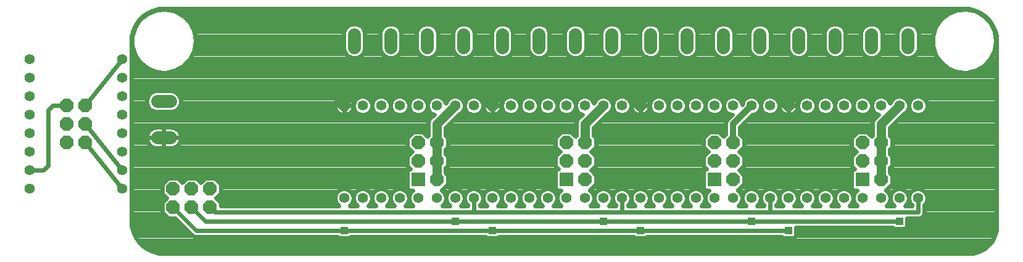
<source format=gbl>
G75*
%MOIN*%
%OFA0B0*%
%FSLAX25Y25*%
%IPPOS*%
%LPD*%
%AMOC8*
5,1,8,0,0,1.08239X$1,22.5*
%
%ADD10C,0.05543*%
%ADD11R,0.07400X0.07400*%
%ADD12OC8,0.07400*%
%ADD13C,0.07050*%
%ADD14C,0.06600*%
%ADD15C,0.02400*%
%ADD16OC8,0.03569*%
%ADD17C,0.03200*%
%ADD18C,0.05000*%
%ADD19R,0.03962X0.03962*%
D10*
X0007200Y0037407D03*
X0007200Y0047407D03*
X0007200Y0057407D03*
X0007200Y0067407D03*
X0007200Y0077407D03*
X0007200Y0087407D03*
X0007200Y0097407D03*
X0007200Y0107407D03*
X0057200Y0107407D03*
X0057200Y0097407D03*
X0057200Y0087407D03*
X0057200Y0077407D03*
X0057200Y0067407D03*
X0057200Y0057407D03*
X0057200Y0047407D03*
X0057200Y0037407D03*
X0177200Y0032407D03*
X0187200Y0032407D03*
X0197200Y0032407D03*
X0207200Y0032407D03*
X0217200Y0032407D03*
X0227200Y0032407D03*
X0237200Y0032407D03*
X0247200Y0032407D03*
X0257200Y0032407D03*
X0267200Y0032407D03*
X0277200Y0032407D03*
X0287200Y0032407D03*
X0297200Y0032407D03*
X0307200Y0032407D03*
X0317200Y0032407D03*
X0327200Y0032407D03*
X0337200Y0032407D03*
X0347200Y0032407D03*
X0357200Y0032407D03*
X0367200Y0032407D03*
X0377200Y0032407D03*
X0387200Y0032407D03*
X0397200Y0032407D03*
X0407200Y0032407D03*
X0417200Y0032407D03*
X0427200Y0032407D03*
X0437200Y0032407D03*
X0447200Y0032407D03*
X0457200Y0032407D03*
X0467200Y0032407D03*
X0477200Y0032407D03*
X0487200Y0032407D03*
X0487200Y0082407D03*
X0477200Y0082407D03*
X0467200Y0082407D03*
X0457200Y0082407D03*
X0447200Y0082407D03*
X0437200Y0082407D03*
X0427200Y0082407D03*
X0417200Y0082407D03*
X0407200Y0082407D03*
X0397200Y0082407D03*
X0387200Y0082407D03*
X0377200Y0082407D03*
X0367200Y0082407D03*
X0357200Y0082407D03*
X0347200Y0082407D03*
X0337200Y0082407D03*
X0327200Y0082407D03*
X0317200Y0082407D03*
X0307200Y0082407D03*
X0297200Y0082407D03*
X0287200Y0082407D03*
X0277200Y0082407D03*
X0267200Y0082407D03*
X0257200Y0082407D03*
X0247200Y0082407D03*
X0237200Y0082407D03*
X0227200Y0082407D03*
X0217200Y0082407D03*
X0207200Y0082407D03*
X0197200Y0082407D03*
X0187200Y0082407D03*
X0177200Y0082407D03*
D11*
X0217200Y0042407D03*
X0297200Y0042407D03*
X0377200Y0042407D03*
X0457200Y0042407D03*
D12*
X0467200Y0042407D03*
X0467200Y0052407D03*
X0457200Y0052407D03*
X0457200Y0062407D03*
X0467200Y0062407D03*
X0387200Y0062407D03*
X0377200Y0062407D03*
X0377200Y0052407D03*
X0387200Y0052407D03*
X0387200Y0042407D03*
X0307200Y0042407D03*
X0307200Y0052407D03*
X0297200Y0052407D03*
X0297200Y0062407D03*
X0307200Y0062407D03*
X0227200Y0062407D03*
X0217200Y0062407D03*
X0217200Y0052407D03*
X0227200Y0052407D03*
X0227200Y0042407D03*
X0104700Y0037407D03*
X0094700Y0037407D03*
X0084700Y0037407D03*
X0084700Y0027407D03*
X0094700Y0027407D03*
X0104700Y0027407D03*
X0037200Y0062407D03*
X0027200Y0062407D03*
X0027200Y0072407D03*
X0037200Y0072407D03*
X0037200Y0082407D03*
X0027200Y0082407D03*
D13*
X0076175Y0084749D02*
X0083225Y0084749D01*
X0083225Y0065064D02*
X0076175Y0065064D01*
X0182672Y0113882D02*
X0182672Y0120932D01*
X0202357Y0120932D02*
X0202357Y0113882D01*
X0222043Y0113882D02*
X0222043Y0120932D01*
X0241728Y0120932D02*
X0241728Y0113882D01*
X0262672Y0113882D02*
X0262672Y0120932D01*
X0282357Y0120932D02*
X0282357Y0113882D01*
X0302043Y0113882D02*
X0302043Y0120932D01*
X0321728Y0120932D02*
X0321728Y0113882D01*
X0342672Y0113882D02*
X0342672Y0120932D01*
X0362357Y0120932D02*
X0362357Y0113882D01*
X0382043Y0113882D02*
X0382043Y0120932D01*
X0401728Y0120932D02*
X0401728Y0113882D01*
X0422672Y0113882D02*
X0422672Y0120932D01*
X0442357Y0120932D02*
X0442357Y0113882D01*
X0462043Y0113882D02*
X0462043Y0120932D01*
X0481728Y0120932D02*
X0481728Y0113882D01*
D14*
X0417200Y0092407D02*
X0417200Y0082407D01*
X0417200Y0092407D02*
X0337200Y0092407D01*
X0337200Y0082407D01*
X0337200Y0092407D02*
X0257200Y0092407D01*
X0257200Y0082407D01*
X0257200Y0092407D02*
X0177200Y0092407D01*
X0177200Y0082407D01*
D15*
X0062796Y0015378D02*
X0063532Y0013210D01*
X0064545Y0011157D01*
X0065816Y0009254D01*
X0067326Y0007533D01*
X0069047Y0006023D01*
X0070950Y0004751D01*
X0073003Y0003739D01*
X0075171Y0003003D01*
X0077416Y0002557D01*
X0079700Y0002407D01*
X0514700Y0002407D01*
X0079700Y0002407D01*
X0070869Y0004805D02*
X0522833Y0004805D01*
X0522810Y0004788D02*
X0520931Y0003762D01*
X0518926Y0003015D01*
X0516835Y0002560D01*
X0514700Y0002407D01*
X0522810Y0004788D02*
X0524523Y0006071D01*
X0526036Y0007584D01*
X0527319Y0009297D01*
X0528344Y0011176D01*
X0529092Y0013181D01*
X0529547Y0015272D01*
X0529700Y0017407D01*
X0529700Y0117407D01*
X0529550Y0119691D01*
X0529104Y0121936D01*
X0528368Y0124104D01*
X0527355Y0126157D01*
X0526084Y0128060D01*
X0524574Y0129781D01*
X0522853Y0131291D01*
X0520950Y0132562D01*
X0518897Y0133575D01*
X0516729Y0134311D01*
X0514484Y0134757D01*
X0512200Y0134907D01*
X0079700Y0134907D01*
X0077416Y0134757D01*
X0075171Y0134311D01*
X0073003Y0133575D01*
X0070950Y0132562D01*
X0069047Y0131291D01*
X0067326Y0129781D01*
X0065816Y0128060D01*
X0064545Y0126157D01*
X0063532Y0124104D01*
X0062796Y0121936D01*
X0062350Y0119691D01*
X0062200Y0117407D01*
X0062200Y0019907D01*
X0062350Y0017623D01*
X0062796Y0015378D01*
X0063128Y0014399D02*
X0092899Y0014399D01*
X0095274Y0012025D02*
X0096524Y0011507D01*
X0173527Y0011507D01*
X0174308Y0010726D01*
X0180092Y0010726D01*
X0180873Y0011507D01*
X0253527Y0011507D01*
X0254308Y0010726D01*
X0260092Y0010726D01*
X0260873Y0011507D01*
X0333527Y0011507D01*
X0334308Y0010726D01*
X0340092Y0010726D01*
X0340873Y0011507D01*
X0413527Y0011507D01*
X0414308Y0010726D01*
X0420092Y0010726D01*
X0421381Y0012015D01*
X0421381Y0016507D01*
X0473527Y0016507D01*
X0474308Y0015726D01*
X0480092Y0015726D01*
X0481381Y0017015D01*
X0481381Y0021507D01*
X0487876Y0021507D01*
X0489126Y0022025D01*
X0490082Y0022981D01*
X0490600Y0024231D01*
X0490600Y0028776D01*
X0491415Y0029591D01*
X0492172Y0031418D01*
X0492172Y0033396D01*
X0491415Y0035223D01*
X0490016Y0036622D01*
X0488189Y0037379D01*
X0486211Y0037379D01*
X0484384Y0036622D01*
X0482985Y0035223D01*
X0482228Y0033396D01*
X0482228Y0031418D01*
X0482985Y0029591D01*
X0483800Y0028776D01*
X0483800Y0028307D01*
X0480131Y0028307D01*
X0481415Y0029591D01*
X0482172Y0031418D01*
X0482172Y0033396D01*
X0481415Y0035223D01*
X0480016Y0036622D01*
X0478189Y0037379D01*
X0476211Y0037379D01*
X0474384Y0036622D01*
X0472985Y0035223D01*
X0472228Y0033396D01*
X0472228Y0031418D01*
X0472985Y0029591D01*
X0474269Y0028307D01*
X0470131Y0028307D01*
X0471415Y0029591D01*
X0472172Y0031418D01*
X0472172Y0033396D01*
X0471415Y0035223D01*
X0470016Y0036622D01*
X0469834Y0036697D01*
X0473100Y0039963D01*
X0473100Y0044851D01*
X0471900Y0046051D01*
X0471900Y0048763D01*
X0473100Y0049963D01*
X0473100Y0054851D01*
X0471900Y0056051D01*
X0471900Y0058763D01*
X0473100Y0059963D01*
X0473100Y0064851D01*
X0471900Y0066051D01*
X0471900Y0070460D01*
X0479360Y0077920D01*
X0480016Y0078192D01*
X0481415Y0079591D01*
X0482172Y0081418D01*
X0482172Y0083396D01*
X0481415Y0085223D01*
X0480016Y0086622D01*
X0478189Y0087379D01*
X0476211Y0087379D01*
X0474384Y0086622D01*
X0472985Y0085223D01*
X0472714Y0084567D01*
X0471987Y0083841D01*
X0471415Y0085223D01*
X0470016Y0086622D01*
X0468189Y0087379D01*
X0466211Y0087379D01*
X0464384Y0086622D01*
X0462985Y0085223D01*
X0462228Y0083396D01*
X0462228Y0081418D01*
X0462985Y0079591D01*
X0464384Y0078192D01*
X0465766Y0077620D01*
X0463216Y0075069D01*
X0462500Y0073342D01*
X0462500Y0066051D01*
X0462200Y0065751D01*
X0459644Y0068307D01*
X0454756Y0068307D01*
X0451300Y0064851D01*
X0451300Y0059963D01*
X0453856Y0057407D01*
X0451300Y0054851D01*
X0451300Y0049963D01*
X0452956Y0048307D01*
X0452589Y0048307D01*
X0451300Y0047018D01*
X0451300Y0037796D01*
X0452589Y0036507D01*
X0454269Y0036507D01*
X0452985Y0035223D01*
X0452228Y0033396D01*
X0452228Y0031418D01*
X0452985Y0029591D01*
X0454269Y0028307D01*
X0450131Y0028307D01*
X0451415Y0029591D01*
X0452172Y0031418D01*
X0452172Y0033396D01*
X0451415Y0035223D01*
X0450016Y0036622D01*
X0448189Y0037379D01*
X0446211Y0037379D01*
X0444384Y0036622D01*
X0442985Y0035223D01*
X0442228Y0033396D01*
X0442228Y0031418D01*
X0442985Y0029591D01*
X0444269Y0028307D01*
X0440131Y0028307D01*
X0441415Y0029591D01*
X0442172Y0031418D01*
X0442172Y0033396D01*
X0441415Y0035223D01*
X0440016Y0036622D01*
X0438189Y0037379D01*
X0436211Y0037379D01*
X0434384Y0036622D01*
X0432985Y0035223D01*
X0432228Y0033396D01*
X0432228Y0031418D01*
X0432985Y0029591D01*
X0434269Y0028307D01*
X0430131Y0028307D01*
X0431415Y0029591D01*
X0432172Y0031418D01*
X0432172Y0033396D01*
X0431415Y0035223D01*
X0430016Y0036622D01*
X0428189Y0037379D01*
X0426211Y0037379D01*
X0424384Y0036622D01*
X0422985Y0035223D01*
X0422228Y0033396D01*
X0422228Y0031418D01*
X0422985Y0029591D01*
X0424269Y0028307D01*
X0420131Y0028307D01*
X0421415Y0029591D01*
X0422172Y0031418D01*
X0422172Y0033396D01*
X0421415Y0035223D01*
X0420016Y0036622D01*
X0418189Y0037379D01*
X0416211Y0037379D01*
X0414384Y0036622D01*
X0412985Y0035223D01*
X0412228Y0033396D01*
X0412228Y0031418D01*
X0412985Y0029591D01*
X0414269Y0028307D01*
X0410600Y0028307D01*
X0410600Y0028776D01*
X0411415Y0029591D01*
X0412172Y0031418D01*
X0412172Y0033396D01*
X0411415Y0035223D01*
X0410016Y0036622D01*
X0408189Y0037379D01*
X0406211Y0037379D01*
X0404384Y0036622D01*
X0402985Y0035223D01*
X0402228Y0033396D01*
X0402228Y0031418D01*
X0402985Y0029591D01*
X0403800Y0028776D01*
X0403800Y0028307D01*
X0400131Y0028307D01*
X0401415Y0029591D01*
X0402172Y0031418D01*
X0402172Y0033396D01*
X0401415Y0035223D01*
X0400016Y0036622D01*
X0398189Y0037379D01*
X0396211Y0037379D01*
X0394384Y0036622D01*
X0392985Y0035223D01*
X0392228Y0033396D01*
X0392228Y0031418D01*
X0392985Y0029591D01*
X0394269Y0028307D01*
X0390131Y0028307D01*
X0391415Y0029591D01*
X0392172Y0031418D01*
X0392172Y0033396D01*
X0391415Y0035223D01*
X0390016Y0036622D01*
X0389834Y0036697D01*
X0393100Y0039963D01*
X0393100Y0044851D01*
X0390544Y0047407D01*
X0393100Y0049963D01*
X0393100Y0054851D01*
X0390544Y0057407D01*
X0393100Y0059963D01*
X0393100Y0064851D01*
X0391000Y0066951D01*
X0391000Y0070833D01*
X0397602Y0077435D01*
X0398189Y0077435D01*
X0400016Y0078192D01*
X0401415Y0079591D01*
X0402172Y0081418D01*
X0402172Y0083396D01*
X0401415Y0085223D01*
X0400016Y0086622D01*
X0398189Y0087379D01*
X0396211Y0087379D01*
X0394384Y0086622D01*
X0392985Y0085223D01*
X0392228Y0083396D01*
X0392228Y0082809D01*
X0392172Y0082753D01*
X0392172Y0083396D01*
X0391415Y0085223D01*
X0390016Y0086622D01*
X0388189Y0087379D01*
X0386211Y0087379D01*
X0384384Y0086622D01*
X0382985Y0085223D01*
X0382228Y0083396D01*
X0382228Y0081418D01*
X0382985Y0079591D01*
X0384384Y0078192D01*
X0386211Y0077435D01*
X0386854Y0077435D01*
X0383979Y0074559D01*
X0383400Y0073163D01*
X0383400Y0066951D01*
X0382200Y0065751D01*
X0379644Y0068307D01*
X0374756Y0068307D01*
X0371300Y0064851D01*
X0371300Y0059963D01*
X0373856Y0057407D01*
X0371300Y0054851D01*
X0371300Y0049963D01*
X0372956Y0048307D01*
X0372589Y0048307D01*
X0371300Y0047018D01*
X0371300Y0037796D01*
X0372589Y0036507D01*
X0374269Y0036507D01*
X0372985Y0035223D01*
X0372228Y0033396D01*
X0372228Y0031418D01*
X0372985Y0029591D01*
X0374269Y0028307D01*
X0370131Y0028307D01*
X0371415Y0029591D01*
X0372172Y0031418D01*
X0372172Y0033396D01*
X0371415Y0035223D01*
X0370016Y0036622D01*
X0368189Y0037379D01*
X0366211Y0037379D01*
X0364384Y0036622D01*
X0362985Y0035223D01*
X0362228Y0033396D01*
X0362228Y0031418D01*
X0362985Y0029591D01*
X0364269Y0028307D01*
X0360131Y0028307D01*
X0361415Y0029591D01*
X0362172Y0031418D01*
X0362172Y0033396D01*
X0361415Y0035223D01*
X0360016Y0036622D01*
X0358189Y0037379D01*
X0356211Y0037379D01*
X0354384Y0036622D01*
X0352985Y0035223D01*
X0352228Y0033396D01*
X0352228Y0031418D01*
X0352985Y0029591D01*
X0354269Y0028307D01*
X0350131Y0028307D01*
X0351415Y0029591D01*
X0352172Y0031418D01*
X0352172Y0033396D01*
X0351415Y0035223D01*
X0350016Y0036622D01*
X0348189Y0037379D01*
X0346211Y0037379D01*
X0344384Y0036622D01*
X0342985Y0035223D01*
X0342228Y0033396D01*
X0342228Y0031418D01*
X0342985Y0029591D01*
X0344269Y0028307D01*
X0340131Y0028307D01*
X0341415Y0029591D01*
X0342172Y0031418D01*
X0342172Y0033396D01*
X0341415Y0035223D01*
X0340016Y0036622D01*
X0338189Y0037379D01*
X0336211Y0037379D01*
X0334384Y0036622D01*
X0332985Y0035223D01*
X0332228Y0033396D01*
X0332228Y0031418D01*
X0332985Y0029591D01*
X0334269Y0028307D01*
X0330600Y0028307D01*
X0330600Y0028776D01*
X0331415Y0029591D01*
X0332172Y0031418D01*
X0332172Y0033396D01*
X0331415Y0035223D01*
X0330016Y0036622D01*
X0328189Y0037379D01*
X0326211Y0037379D01*
X0324384Y0036622D01*
X0322985Y0035223D01*
X0322228Y0033396D01*
X0322228Y0031418D01*
X0322985Y0029591D01*
X0323800Y0028776D01*
X0323800Y0028307D01*
X0320131Y0028307D01*
X0321415Y0029591D01*
X0322172Y0031418D01*
X0322172Y0033396D01*
X0321415Y0035223D01*
X0320016Y0036622D01*
X0318189Y0037379D01*
X0316211Y0037379D01*
X0314384Y0036622D01*
X0312985Y0035223D01*
X0312228Y0033396D01*
X0312228Y0031418D01*
X0312985Y0029591D01*
X0314269Y0028307D01*
X0310131Y0028307D01*
X0311415Y0029591D01*
X0312172Y0031418D01*
X0312172Y0033396D01*
X0311415Y0035223D01*
X0310016Y0036622D01*
X0309834Y0036697D01*
X0313100Y0039963D01*
X0313100Y0044851D01*
X0310544Y0047407D01*
X0313100Y0049963D01*
X0313100Y0054851D01*
X0310544Y0057407D01*
X0313100Y0059963D01*
X0313100Y0064851D01*
X0311900Y0066051D01*
X0311900Y0070460D01*
X0319360Y0077920D01*
X0320016Y0078192D01*
X0321415Y0079591D01*
X0322172Y0081418D01*
X0322172Y0083396D01*
X0321415Y0085223D01*
X0320016Y0086622D01*
X0318189Y0087379D01*
X0316211Y0087379D01*
X0314384Y0086622D01*
X0312985Y0085223D01*
X0312714Y0084567D01*
X0311987Y0083841D01*
X0311415Y0085223D01*
X0310016Y0086622D01*
X0308189Y0087379D01*
X0306211Y0087379D01*
X0304384Y0086622D01*
X0302985Y0085223D01*
X0302228Y0083396D01*
X0302228Y0081418D01*
X0302985Y0079591D01*
X0304384Y0078192D01*
X0305766Y0077620D01*
X0304538Y0076391D01*
X0303216Y0075069D01*
X0302500Y0073342D01*
X0302500Y0066051D01*
X0302200Y0065751D01*
X0299644Y0068307D01*
X0294756Y0068307D01*
X0291300Y0064851D01*
X0291300Y0059963D01*
X0293856Y0057407D01*
X0291300Y0054851D01*
X0291300Y0049963D01*
X0292956Y0048307D01*
X0292589Y0048307D01*
X0291300Y0047018D01*
X0291300Y0037796D01*
X0292589Y0036507D01*
X0294269Y0036507D01*
X0292985Y0035223D01*
X0292228Y0033396D01*
X0292228Y0031418D01*
X0292985Y0029591D01*
X0294269Y0028307D01*
X0290131Y0028307D01*
X0291415Y0029591D01*
X0292172Y0031418D01*
X0292172Y0033396D01*
X0291415Y0035223D01*
X0290016Y0036622D01*
X0288189Y0037379D01*
X0286211Y0037379D01*
X0284384Y0036622D01*
X0282985Y0035223D01*
X0282228Y0033396D01*
X0282228Y0031418D01*
X0282985Y0029591D01*
X0284269Y0028307D01*
X0280131Y0028307D01*
X0281415Y0029591D01*
X0282172Y0031418D01*
X0282172Y0033396D01*
X0281415Y0035223D01*
X0280016Y0036622D01*
X0278189Y0037379D01*
X0276211Y0037379D01*
X0274384Y0036622D01*
X0272985Y0035223D01*
X0272228Y0033396D01*
X0272228Y0031418D01*
X0272985Y0029591D01*
X0274269Y0028307D01*
X0270131Y0028307D01*
X0271415Y0029591D01*
X0272172Y0031418D01*
X0272172Y0033396D01*
X0271415Y0035223D01*
X0270016Y0036622D01*
X0268189Y0037379D01*
X0266211Y0037379D01*
X0264384Y0036622D01*
X0262985Y0035223D01*
X0262228Y0033396D01*
X0262228Y0031418D01*
X0262985Y0029591D01*
X0264269Y0028307D01*
X0260131Y0028307D01*
X0261415Y0029591D01*
X0262172Y0031418D01*
X0262172Y0033396D01*
X0261415Y0035223D01*
X0260016Y0036622D01*
X0258189Y0037379D01*
X0256211Y0037379D01*
X0254384Y0036622D01*
X0252985Y0035223D01*
X0252228Y0033396D01*
X0252228Y0031418D01*
X0252985Y0029591D01*
X0254269Y0028307D01*
X0250600Y0028307D01*
X0250600Y0028776D01*
X0251415Y0029591D01*
X0252172Y0031418D01*
X0252172Y0033396D01*
X0251415Y0035223D01*
X0250016Y0036622D01*
X0248189Y0037379D01*
X0246211Y0037379D01*
X0244384Y0036622D01*
X0242985Y0035223D01*
X0242228Y0033396D01*
X0242228Y0031418D01*
X0242985Y0029591D01*
X0243800Y0028776D01*
X0243800Y0028307D01*
X0240131Y0028307D01*
X0241415Y0029591D01*
X0242172Y0031418D01*
X0242172Y0033396D01*
X0241415Y0035223D01*
X0240016Y0036622D01*
X0238189Y0037379D01*
X0236211Y0037379D01*
X0234384Y0036622D01*
X0232985Y0035223D01*
X0232228Y0033396D01*
X0232228Y0031418D01*
X0232985Y0029591D01*
X0234269Y0028307D01*
X0230131Y0028307D01*
X0231415Y0029591D01*
X0232172Y0031418D01*
X0232172Y0033396D01*
X0231415Y0035223D01*
X0230016Y0036622D01*
X0229834Y0036697D01*
X0233100Y0039963D01*
X0233100Y0044851D01*
X0231900Y0046051D01*
X0231900Y0048763D01*
X0233100Y0049963D01*
X0233100Y0054851D01*
X0231900Y0056051D01*
X0231900Y0058763D01*
X0233100Y0059963D01*
X0233100Y0064851D01*
X0231900Y0066051D01*
X0231900Y0070460D01*
X0239360Y0077920D01*
X0240016Y0078192D01*
X0241415Y0079591D01*
X0242172Y0081418D01*
X0242172Y0083396D01*
X0241415Y0085223D01*
X0240016Y0086622D01*
X0238189Y0087379D01*
X0236211Y0087379D01*
X0234384Y0086622D01*
X0232985Y0085223D01*
X0232714Y0084567D01*
X0231987Y0083841D01*
X0231415Y0085223D01*
X0230016Y0086622D01*
X0228189Y0087379D01*
X0226211Y0087379D01*
X0224384Y0086622D01*
X0222985Y0085223D01*
X0222228Y0083396D01*
X0222228Y0081418D01*
X0222985Y0079591D01*
X0224384Y0078192D01*
X0225766Y0077620D01*
X0224538Y0076391D01*
X0223216Y0075069D01*
X0222500Y0073342D01*
X0222500Y0066051D01*
X0222200Y0065751D01*
X0219644Y0068307D01*
X0214756Y0068307D01*
X0211300Y0064851D01*
X0211300Y0059963D01*
X0213856Y0057407D01*
X0211300Y0054851D01*
X0211300Y0049963D01*
X0212956Y0048307D01*
X0212589Y0048307D01*
X0211300Y0047018D01*
X0211300Y0037796D01*
X0212589Y0036507D01*
X0214269Y0036507D01*
X0212985Y0035223D01*
X0212228Y0033396D01*
X0212228Y0031418D01*
X0212985Y0029591D01*
X0214269Y0028307D01*
X0210131Y0028307D01*
X0211415Y0029591D01*
X0212172Y0031418D01*
X0212172Y0033396D01*
X0211415Y0035223D01*
X0210016Y0036622D01*
X0208189Y0037379D01*
X0206211Y0037379D01*
X0204384Y0036622D01*
X0202985Y0035223D01*
X0202228Y0033396D01*
X0202228Y0031418D01*
X0202985Y0029591D01*
X0204269Y0028307D01*
X0200131Y0028307D01*
X0201415Y0029591D01*
X0202172Y0031418D01*
X0202172Y0033396D01*
X0201415Y0035223D01*
X0200016Y0036622D01*
X0198189Y0037379D01*
X0196211Y0037379D01*
X0194384Y0036622D01*
X0192985Y0035223D01*
X0192228Y0033396D01*
X0192228Y0031418D01*
X0192985Y0029591D01*
X0194269Y0028307D01*
X0190131Y0028307D01*
X0191415Y0029591D01*
X0192172Y0031418D01*
X0192172Y0033396D01*
X0191415Y0035223D01*
X0190016Y0036622D01*
X0188189Y0037379D01*
X0186211Y0037379D01*
X0184384Y0036622D01*
X0182985Y0035223D01*
X0182228Y0033396D01*
X0182228Y0031418D01*
X0182985Y0029591D01*
X0184269Y0028307D01*
X0180131Y0028307D01*
X0181415Y0029591D01*
X0182172Y0031418D01*
X0182172Y0033396D01*
X0181415Y0035223D01*
X0180016Y0036622D01*
X0178189Y0037379D01*
X0176211Y0037379D01*
X0174384Y0036622D01*
X0172985Y0035223D01*
X0172228Y0033396D01*
X0172228Y0031418D01*
X0172985Y0029591D01*
X0174269Y0028307D01*
X0110600Y0028307D01*
X0110600Y0029851D01*
X0108044Y0032407D01*
X0110600Y0034963D01*
X0110600Y0039851D01*
X0107144Y0043307D01*
X0102256Y0043307D01*
X0099700Y0040751D01*
X0097144Y0043307D01*
X0092256Y0043307D01*
X0089700Y0040751D01*
X0087144Y0043307D01*
X0082256Y0043307D01*
X0078800Y0039851D01*
X0078800Y0034963D01*
X0081356Y0032407D01*
X0078800Y0029851D01*
X0078800Y0024963D01*
X0082256Y0021507D01*
X0085792Y0021507D01*
X0095274Y0012025D01*
X0095331Y0012001D02*
X0064128Y0012001D01*
X0065583Y0009602D02*
X0527485Y0009602D01*
X0528652Y0012001D02*
X0421368Y0012001D01*
X0421381Y0014399D02*
X0529357Y0014399D01*
X0529656Y0016798D02*
X0481165Y0016798D01*
X0481381Y0019196D02*
X0529700Y0019196D01*
X0529700Y0021595D02*
X0488089Y0021595D01*
X0490502Y0023994D02*
X0529700Y0023994D01*
X0529700Y0026392D02*
X0490600Y0026392D01*
X0490615Y0028791D02*
X0529700Y0028791D01*
X0529700Y0031189D02*
X0492077Y0031189D01*
X0487200Y0032407D02*
X0487200Y0024907D01*
X0407200Y0024907D01*
X0407200Y0032407D01*
X0412077Y0031189D02*
X0412323Y0031189D01*
X0412308Y0033588D02*
X0412092Y0033588D01*
X0410652Y0035986D02*
X0413748Y0035986D01*
X0420652Y0035986D02*
X0423748Y0035986D01*
X0422308Y0033588D02*
X0422092Y0033588D01*
X0430652Y0035986D02*
X0433748Y0035986D01*
X0432308Y0033588D02*
X0432092Y0033588D01*
X0440652Y0035986D02*
X0443748Y0035986D01*
X0442308Y0033588D02*
X0442092Y0033588D01*
X0450652Y0035986D02*
X0453748Y0035986D01*
X0452308Y0033588D02*
X0452092Y0033588D01*
X0452077Y0031189D02*
X0452323Y0031189D01*
X0453785Y0028791D02*
X0450615Y0028791D01*
X0443785Y0028791D02*
X0440615Y0028791D01*
X0433785Y0028791D02*
X0430615Y0028791D01*
X0423785Y0028791D02*
X0420615Y0028791D01*
X0422077Y0031189D02*
X0422323Y0031189D01*
X0413785Y0028791D02*
X0410615Y0028791D01*
X0407200Y0024907D02*
X0327200Y0024907D01*
X0327200Y0032407D01*
X0332077Y0031189D02*
X0332323Y0031189D01*
X0332308Y0033588D02*
X0332092Y0033588D01*
X0330652Y0035986D02*
X0333748Y0035986D01*
X0340652Y0035986D02*
X0343748Y0035986D01*
X0342308Y0033588D02*
X0342092Y0033588D01*
X0350652Y0035986D02*
X0353748Y0035986D01*
X0352308Y0033588D02*
X0352092Y0033588D01*
X0360652Y0035986D02*
X0363748Y0035986D01*
X0362308Y0033588D02*
X0362092Y0033588D01*
X0370652Y0035986D02*
X0373748Y0035986D01*
X0372308Y0033588D02*
X0372092Y0033588D01*
X0372077Y0031189D02*
X0372323Y0031189D01*
X0362323Y0031189D02*
X0362077Y0031189D01*
X0360615Y0028791D02*
X0363785Y0028791D01*
X0370615Y0028791D02*
X0373785Y0028791D01*
X0390615Y0028791D02*
X0393785Y0028791D01*
X0400615Y0028791D02*
X0403785Y0028791D01*
X0402323Y0031189D02*
X0402077Y0031189D01*
X0402092Y0033588D02*
X0402308Y0033588D01*
X0403748Y0035986D02*
X0400652Y0035986D01*
X0393748Y0035986D02*
X0390652Y0035986D01*
X0392092Y0033588D02*
X0392308Y0033588D01*
X0392323Y0031189D02*
X0392077Y0031189D01*
X0391522Y0038385D02*
X0451300Y0038385D01*
X0451300Y0040783D02*
X0393100Y0040783D01*
X0393100Y0043182D02*
X0451300Y0043182D01*
X0451300Y0045580D02*
X0392371Y0045580D01*
X0391116Y0047979D02*
X0452260Y0047979D01*
X0451300Y0050377D02*
X0393100Y0050377D01*
X0393100Y0052776D02*
X0451300Y0052776D01*
X0451623Y0055174D02*
X0392777Y0055174D01*
X0390710Y0057573D02*
X0453690Y0057573D01*
X0451300Y0059971D02*
X0393100Y0059971D01*
X0393100Y0062370D02*
X0451300Y0062370D01*
X0451300Y0064768D02*
X0393100Y0064768D01*
X0391000Y0067167D02*
X0453616Y0067167D01*
X0460784Y0067167D02*
X0462500Y0067167D01*
X0462500Y0069565D02*
X0391000Y0069565D01*
X0392131Y0071964D02*
X0462500Y0071964D01*
X0462923Y0074362D02*
X0394529Y0074362D01*
X0396928Y0076761D02*
X0464907Y0076761D01*
X0463417Y0079159D02*
X0460983Y0079159D01*
X0461415Y0079591D02*
X0460016Y0078192D01*
X0458189Y0077435D01*
X0456211Y0077435D01*
X0454384Y0078192D01*
X0452985Y0079591D01*
X0452228Y0081418D01*
X0452228Y0083396D01*
X0452985Y0085223D01*
X0454384Y0086622D01*
X0456211Y0087379D01*
X0458189Y0087379D01*
X0460016Y0086622D01*
X0461415Y0085223D01*
X0462172Y0083396D01*
X0462172Y0081418D01*
X0461415Y0079591D01*
X0462172Y0081558D02*
X0462228Y0081558D01*
X0452228Y0081558D02*
X0452172Y0081558D01*
X0452172Y0081418D02*
X0451415Y0079591D01*
X0450016Y0078192D01*
X0448189Y0077435D01*
X0446211Y0077435D01*
X0444384Y0078192D01*
X0442985Y0079591D01*
X0442228Y0081418D01*
X0442228Y0083396D01*
X0442985Y0085223D01*
X0444384Y0086622D01*
X0446211Y0087379D01*
X0448189Y0087379D01*
X0450016Y0086622D01*
X0451415Y0085223D01*
X0452172Y0083396D01*
X0452172Y0081418D01*
X0451939Y0083956D02*
X0452461Y0083956D01*
X0454117Y0086355D02*
X0450283Y0086355D01*
X0444117Y0086355D02*
X0440283Y0086355D01*
X0440016Y0086622D02*
X0438189Y0087379D01*
X0436211Y0087379D01*
X0434384Y0086622D01*
X0432985Y0085223D01*
X0432228Y0083396D01*
X0432228Y0081418D01*
X0432985Y0079591D01*
X0434384Y0078192D01*
X0436211Y0077435D01*
X0438189Y0077435D01*
X0440016Y0078192D01*
X0441415Y0079591D01*
X0442172Y0081418D01*
X0442172Y0083396D01*
X0441415Y0085223D01*
X0440016Y0086622D01*
X0441939Y0083956D02*
X0442461Y0083956D01*
X0442228Y0081558D02*
X0442172Y0081558D01*
X0440983Y0079159D02*
X0443417Y0079159D01*
X0450983Y0079159D02*
X0453417Y0079159D01*
X0461939Y0083956D02*
X0462461Y0083956D01*
X0464117Y0086355D02*
X0460283Y0086355D01*
X0470283Y0086355D02*
X0474117Y0086355D01*
X0472103Y0083956D02*
X0471939Y0083956D01*
X0480283Y0086355D02*
X0484117Y0086355D01*
X0484384Y0086622D02*
X0482985Y0085223D01*
X0482228Y0083396D01*
X0482228Y0081418D01*
X0482985Y0079591D01*
X0484384Y0078192D01*
X0486211Y0077435D01*
X0488189Y0077435D01*
X0490016Y0078192D01*
X0491415Y0079591D01*
X0492172Y0081418D01*
X0492172Y0083396D01*
X0491415Y0085223D01*
X0490016Y0086622D01*
X0488189Y0087379D01*
X0486211Y0087379D01*
X0484384Y0086622D01*
X0482461Y0083956D02*
X0481939Y0083956D01*
X0482172Y0081558D02*
X0482228Y0081558D01*
X0483417Y0079159D02*
X0480983Y0079159D01*
X0478201Y0076761D02*
X0529700Y0076761D01*
X0529700Y0079159D02*
X0490983Y0079159D01*
X0492172Y0081558D02*
X0529700Y0081558D01*
X0529700Y0083956D02*
X0491939Y0083956D01*
X0490283Y0086355D02*
X0529700Y0086355D01*
X0529700Y0088753D02*
X0087317Y0088753D01*
X0088078Y0087992D02*
X0086468Y0089603D01*
X0084364Y0090474D01*
X0075036Y0090474D01*
X0072932Y0089603D01*
X0071322Y0087992D01*
X0070450Y0085888D01*
X0070450Y0083611D01*
X0071322Y0081506D01*
X0072932Y0079896D01*
X0075036Y0079024D01*
X0084364Y0079024D01*
X0086468Y0079896D01*
X0088078Y0081506D01*
X0088950Y0083611D01*
X0088950Y0085888D01*
X0088078Y0087992D01*
X0088757Y0086355D02*
X0174176Y0086355D01*
X0173961Y0086199D02*
X0173408Y0085646D01*
X0172948Y0085013D01*
X0172593Y0084315D01*
X0172351Y0083571D01*
X0172228Y0082798D01*
X0172228Y0082407D01*
X0177200Y0082407D01*
X0177200Y0082407D01*
X0177200Y0087379D01*
X0176809Y0087379D01*
X0176036Y0087256D01*
X0175292Y0087014D01*
X0174594Y0086659D01*
X0173961Y0086199D01*
X0172476Y0083956D02*
X0088950Y0083956D01*
X0088100Y0081558D02*
X0172301Y0081558D01*
X0172351Y0081243D02*
X0172593Y0080498D01*
X0172948Y0079801D01*
X0173408Y0079168D01*
X0173961Y0078615D01*
X0174594Y0078155D01*
X0175292Y0077799D01*
X0176036Y0077558D01*
X0176809Y0077435D01*
X0177200Y0077435D01*
X0177591Y0077435D01*
X0178364Y0077558D01*
X0179108Y0077799D01*
X0179806Y0078155D01*
X0180439Y0078615D01*
X0180992Y0079168D01*
X0181452Y0079801D01*
X0181807Y0080498D01*
X0182049Y0081243D01*
X0182172Y0082016D01*
X0182172Y0082407D01*
X0182172Y0082798D01*
X0182049Y0083571D01*
X0181807Y0084315D01*
X0181452Y0085013D01*
X0180992Y0085646D01*
X0180439Y0086199D01*
X0179806Y0086659D01*
X0179108Y0087014D01*
X0178364Y0087256D01*
X0177591Y0087379D01*
X0177200Y0087379D01*
X0177200Y0082407D01*
X0182172Y0082407D01*
X0177200Y0082407D01*
X0177200Y0082407D01*
X0177200Y0082407D01*
X0172228Y0082407D01*
X0172228Y0082016D01*
X0172351Y0081243D01*
X0177200Y0081558D02*
X0177200Y0081558D01*
X0177200Y0082407D02*
X0177200Y0077435D01*
X0177200Y0082407D01*
X0177200Y0082407D01*
X0182099Y0081558D02*
X0182228Y0081558D01*
X0182228Y0081418D02*
X0182985Y0079591D01*
X0184384Y0078192D01*
X0186211Y0077435D01*
X0188189Y0077435D01*
X0190016Y0078192D01*
X0191415Y0079591D01*
X0192172Y0081418D01*
X0192172Y0083396D01*
X0191415Y0085223D01*
X0190016Y0086622D01*
X0188189Y0087379D01*
X0186211Y0087379D01*
X0184384Y0086622D01*
X0182985Y0085223D01*
X0182228Y0083396D01*
X0182228Y0081418D01*
X0182461Y0083956D02*
X0181924Y0083956D01*
X0180224Y0086355D02*
X0184117Y0086355D01*
X0190283Y0086355D02*
X0194117Y0086355D01*
X0194384Y0086622D02*
X0192985Y0085223D01*
X0192228Y0083396D01*
X0192228Y0081418D01*
X0192985Y0079591D01*
X0194384Y0078192D01*
X0196211Y0077435D01*
X0198189Y0077435D01*
X0200016Y0078192D01*
X0201415Y0079591D01*
X0202172Y0081418D01*
X0202172Y0083396D01*
X0201415Y0085223D01*
X0200016Y0086622D01*
X0198189Y0087379D01*
X0196211Y0087379D01*
X0194384Y0086622D01*
X0192461Y0083956D02*
X0191939Y0083956D01*
X0200283Y0086355D02*
X0204117Y0086355D01*
X0204384Y0086622D02*
X0202985Y0085223D01*
X0202228Y0083396D01*
X0202228Y0081418D01*
X0202985Y0079591D01*
X0204384Y0078192D01*
X0206211Y0077435D01*
X0208189Y0077435D01*
X0210016Y0078192D01*
X0211415Y0079591D01*
X0212172Y0081418D01*
X0212172Y0083396D01*
X0211415Y0085223D01*
X0210016Y0086622D01*
X0208189Y0087379D01*
X0206211Y0087379D01*
X0204384Y0086622D01*
X0202461Y0083956D02*
X0201939Y0083956D01*
X0202172Y0081558D02*
X0202228Y0081558D01*
X0212172Y0081558D02*
X0212228Y0081558D01*
X0212228Y0081418D02*
X0212985Y0079591D01*
X0214384Y0078192D01*
X0216211Y0077435D01*
X0218189Y0077435D01*
X0220016Y0078192D01*
X0221415Y0079591D01*
X0222172Y0081418D01*
X0222172Y0083396D01*
X0221415Y0085223D01*
X0220016Y0086622D01*
X0218189Y0087379D01*
X0216211Y0087379D01*
X0214384Y0086622D01*
X0212985Y0085223D01*
X0212228Y0083396D01*
X0212228Y0081418D01*
X0212461Y0083956D02*
X0211939Y0083956D01*
X0210283Y0086355D02*
X0214117Y0086355D01*
X0220283Y0086355D02*
X0224117Y0086355D01*
X0222461Y0083956D02*
X0221939Y0083956D01*
X0222172Y0081558D02*
X0222228Y0081558D01*
X0223417Y0079159D02*
X0220983Y0079159D01*
X0224907Y0076761D02*
X0062200Y0076761D01*
X0062200Y0079159D02*
X0074711Y0079159D01*
X0084689Y0079159D02*
X0173417Y0079159D01*
X0177200Y0079159D02*
X0177200Y0079159D01*
X0180983Y0079159D02*
X0183417Y0079159D01*
X0190983Y0079159D02*
X0193417Y0079159D01*
X0200983Y0079159D02*
X0203417Y0079159D01*
X0210983Y0079159D02*
X0213417Y0079159D01*
X0222923Y0074362D02*
X0062200Y0074362D01*
X0062200Y0071964D02*
X0222500Y0071964D01*
X0222500Y0069565D02*
X0086770Y0069565D01*
X0086955Y0069431D02*
X0086226Y0069961D01*
X0085423Y0070370D01*
X0084566Y0070648D01*
X0083676Y0070789D01*
X0079700Y0070789D01*
X0075724Y0070789D01*
X0074834Y0070648D01*
X0073977Y0070370D01*
X0073174Y0069961D01*
X0072445Y0069431D01*
X0071808Y0068794D01*
X0071279Y0068065D01*
X0070869Y0067262D01*
X0070591Y0066405D01*
X0070450Y0065515D01*
X0070450Y0065064D01*
X0070450Y0064614D01*
X0070591Y0063724D01*
X0070869Y0062867D01*
X0071279Y0062064D01*
X0071808Y0061335D01*
X0072445Y0060698D01*
X0073174Y0060168D01*
X0073977Y0059759D01*
X0074834Y0059480D01*
X0075724Y0059339D01*
X0079700Y0059339D01*
X0083676Y0059339D01*
X0084566Y0059480D01*
X0085423Y0059759D01*
X0086226Y0060168D01*
X0086955Y0060698D01*
X0087592Y0061335D01*
X0088121Y0062064D01*
X0088531Y0062867D01*
X0088809Y0063724D01*
X0088950Y0064614D01*
X0088950Y0065064D01*
X0079700Y0065064D01*
X0079700Y0059339D01*
X0079700Y0065064D01*
X0079700Y0065064D01*
X0079700Y0065064D01*
X0070450Y0065064D01*
X0079700Y0065064D01*
X0079700Y0065064D01*
X0088950Y0065064D01*
X0088950Y0065515D01*
X0088809Y0066405D01*
X0088531Y0067262D01*
X0088121Y0068065D01*
X0087592Y0068794D01*
X0086955Y0069431D01*
X0088562Y0067167D02*
X0213616Y0067167D01*
X0220784Y0067167D02*
X0222500Y0067167D01*
X0231900Y0067167D02*
X0293616Y0067167D01*
X0300784Y0067167D02*
X0302500Y0067167D01*
X0302500Y0069565D02*
X0231900Y0069565D01*
X0233404Y0071964D02*
X0302500Y0071964D01*
X0302923Y0074362D02*
X0235802Y0074362D01*
X0238201Y0076761D02*
X0304907Y0076761D01*
X0303417Y0079159D02*
X0300983Y0079159D01*
X0301415Y0079591D02*
X0300016Y0078192D01*
X0298189Y0077435D01*
X0296211Y0077435D01*
X0294384Y0078192D01*
X0292985Y0079591D01*
X0292228Y0081418D01*
X0292228Y0083396D01*
X0292985Y0085223D01*
X0294384Y0086622D01*
X0296211Y0087379D01*
X0298189Y0087379D01*
X0300016Y0086622D01*
X0301415Y0085223D01*
X0302172Y0083396D01*
X0302172Y0081418D01*
X0301415Y0079591D01*
X0302172Y0081558D02*
X0302228Y0081558D01*
X0302461Y0083956D02*
X0301939Y0083956D01*
X0300283Y0086355D02*
X0304117Y0086355D01*
X0310283Y0086355D02*
X0314117Y0086355D01*
X0312103Y0083956D02*
X0311939Y0083956D01*
X0320283Y0086355D02*
X0324117Y0086355D01*
X0324384Y0086622D02*
X0322985Y0085223D01*
X0322228Y0083396D01*
X0322228Y0081418D01*
X0322985Y0079591D01*
X0324384Y0078192D01*
X0326211Y0077435D01*
X0328189Y0077435D01*
X0330016Y0078192D01*
X0331415Y0079591D01*
X0332172Y0081418D01*
X0332172Y0083396D01*
X0331415Y0085223D01*
X0330016Y0086622D01*
X0328189Y0087379D01*
X0326211Y0087379D01*
X0324384Y0086622D01*
X0322461Y0083956D02*
X0321939Y0083956D01*
X0322172Y0081558D02*
X0322228Y0081558D01*
X0323417Y0079159D02*
X0320983Y0079159D01*
X0318201Y0076761D02*
X0386180Y0076761D01*
X0383417Y0079159D02*
X0380983Y0079159D01*
X0381415Y0079591D02*
X0380016Y0078192D01*
X0378189Y0077435D01*
X0376211Y0077435D01*
X0374384Y0078192D01*
X0372985Y0079591D01*
X0372228Y0081418D01*
X0372228Y0083396D01*
X0372985Y0085223D01*
X0374384Y0086622D01*
X0376211Y0087379D01*
X0378189Y0087379D01*
X0380016Y0086622D01*
X0381415Y0085223D01*
X0382172Y0083396D01*
X0382172Y0081418D01*
X0381415Y0079591D01*
X0382172Y0081558D02*
X0382228Y0081558D01*
X0382461Y0083956D02*
X0381939Y0083956D01*
X0380283Y0086355D02*
X0384117Y0086355D01*
X0390283Y0086355D02*
X0394117Y0086355D01*
X0392461Y0083956D02*
X0391939Y0083956D01*
X0400283Y0086355D02*
X0404117Y0086355D01*
X0404384Y0086622D02*
X0402985Y0085223D01*
X0402228Y0083396D01*
X0402228Y0081418D01*
X0402985Y0079591D01*
X0404384Y0078192D01*
X0406211Y0077435D01*
X0408189Y0077435D01*
X0410016Y0078192D01*
X0411415Y0079591D01*
X0412172Y0081418D01*
X0412172Y0083396D01*
X0411415Y0085223D01*
X0410016Y0086622D01*
X0408189Y0087379D01*
X0406211Y0087379D01*
X0404384Y0086622D01*
X0402461Y0083956D02*
X0401939Y0083956D01*
X0402172Y0081558D02*
X0402228Y0081558D01*
X0403417Y0079159D02*
X0400983Y0079159D01*
X0410983Y0079159D02*
X0413417Y0079159D01*
X0413408Y0079168D02*
X0413961Y0078615D01*
X0414594Y0078155D01*
X0415292Y0077799D01*
X0416036Y0077558D01*
X0416809Y0077435D01*
X0417200Y0077435D01*
X0417591Y0077435D01*
X0418364Y0077558D01*
X0419108Y0077799D01*
X0419806Y0078155D01*
X0420439Y0078615D01*
X0420992Y0079168D01*
X0421452Y0079801D01*
X0421807Y0080498D01*
X0422049Y0081243D01*
X0422172Y0082016D01*
X0422172Y0082407D01*
X0422172Y0082798D01*
X0422049Y0083571D01*
X0421807Y0084315D01*
X0421452Y0085013D01*
X0420992Y0085646D01*
X0420439Y0086199D01*
X0419806Y0086659D01*
X0419108Y0087014D01*
X0418364Y0087256D01*
X0417591Y0087379D01*
X0417200Y0087379D01*
X0416809Y0087379D01*
X0416036Y0087256D01*
X0415292Y0087014D01*
X0414594Y0086659D01*
X0413961Y0086199D01*
X0413408Y0085646D01*
X0412948Y0085013D01*
X0412593Y0084315D01*
X0412351Y0083571D01*
X0412228Y0082798D01*
X0412228Y0082407D01*
X0417200Y0082407D01*
X0417200Y0082407D01*
X0417200Y0087379D01*
X0417200Y0082407D01*
X0422172Y0082407D01*
X0417200Y0082407D01*
X0417200Y0082407D01*
X0417200Y0082407D01*
X0412228Y0082407D01*
X0412228Y0082016D01*
X0412351Y0081243D01*
X0412593Y0080498D01*
X0412948Y0079801D01*
X0413408Y0079168D01*
X0417200Y0079159D02*
X0417200Y0079159D01*
X0417200Y0077435D02*
X0417200Y0082407D01*
X0417200Y0082407D01*
X0417200Y0077435D01*
X0420983Y0079159D02*
X0423417Y0079159D01*
X0422985Y0079591D02*
X0424384Y0078192D01*
X0426211Y0077435D01*
X0428189Y0077435D01*
X0430016Y0078192D01*
X0431415Y0079591D01*
X0432172Y0081418D01*
X0432172Y0083396D01*
X0431415Y0085223D01*
X0430016Y0086622D01*
X0428189Y0087379D01*
X0426211Y0087379D01*
X0424384Y0086622D01*
X0422985Y0085223D01*
X0422228Y0083396D01*
X0422228Y0081418D01*
X0422985Y0079591D01*
X0422228Y0081558D02*
X0422099Y0081558D01*
X0417200Y0081558D02*
X0417200Y0081558D01*
X0412301Y0081558D02*
X0412172Y0081558D01*
X0411939Y0083956D02*
X0412476Y0083956D01*
X0414176Y0086355D02*
X0410283Y0086355D01*
X0417200Y0086355D02*
X0417200Y0086355D01*
X0417200Y0083956D02*
X0417200Y0083956D01*
X0420224Y0086355D02*
X0424117Y0086355D01*
X0422461Y0083956D02*
X0421924Y0083956D01*
X0430283Y0086355D02*
X0434117Y0086355D01*
X0432461Y0083956D02*
X0431939Y0083956D01*
X0432172Y0081558D02*
X0432228Y0081558D01*
X0433417Y0079159D02*
X0430983Y0079159D01*
X0471900Y0069565D02*
X0529700Y0069565D01*
X0529700Y0071964D02*
X0473404Y0071964D01*
X0475802Y0074362D02*
X0529700Y0074362D01*
X0529700Y0067167D02*
X0471900Y0067167D01*
X0473100Y0064768D02*
X0529700Y0064768D01*
X0529700Y0062370D02*
X0473100Y0062370D01*
X0473100Y0059971D02*
X0529700Y0059971D01*
X0529700Y0057573D02*
X0471900Y0057573D01*
X0472777Y0055174D02*
X0529700Y0055174D01*
X0529700Y0052776D02*
X0473100Y0052776D01*
X0473100Y0050377D02*
X0529700Y0050377D01*
X0529700Y0047979D02*
X0471900Y0047979D01*
X0472371Y0045580D02*
X0529700Y0045580D01*
X0529700Y0043182D02*
X0473100Y0043182D01*
X0473100Y0040783D02*
X0529700Y0040783D01*
X0529700Y0038385D02*
X0471522Y0038385D01*
X0470652Y0035986D02*
X0473748Y0035986D01*
X0472308Y0033588D02*
X0472092Y0033588D01*
X0472077Y0031189D02*
X0472323Y0031189D01*
X0473785Y0028791D02*
X0470615Y0028791D01*
X0480615Y0028791D02*
X0483785Y0028791D01*
X0482323Y0031189D02*
X0482077Y0031189D01*
X0482092Y0033588D02*
X0482308Y0033588D01*
X0483748Y0035986D02*
X0480652Y0035986D01*
X0490652Y0035986D02*
X0529700Y0035986D01*
X0529700Y0033588D02*
X0492092Y0033588D01*
X0442323Y0031189D02*
X0442077Y0031189D01*
X0432323Y0031189D02*
X0432077Y0031189D01*
X0397200Y0019907D02*
X0477200Y0019907D01*
X0525656Y0007204D02*
X0067700Y0007204D01*
X0084700Y0027407D02*
X0097200Y0014907D01*
X0177200Y0014907D01*
X0257200Y0014907D01*
X0337200Y0014907D01*
X0417200Y0014907D01*
X0397200Y0019907D02*
X0317200Y0019907D01*
X0237200Y0019907D01*
X0102200Y0019907D01*
X0094700Y0027407D01*
X0104700Y0027407D02*
X0107200Y0024907D01*
X0247200Y0024907D01*
X0327200Y0024907D01*
X0330615Y0028791D02*
X0333785Y0028791D01*
X0340615Y0028791D02*
X0343785Y0028791D01*
X0350615Y0028791D02*
X0353785Y0028791D01*
X0352323Y0031189D02*
X0352077Y0031189D01*
X0342323Y0031189D02*
X0342077Y0031189D01*
X0323785Y0028791D02*
X0320615Y0028791D01*
X0322077Y0031189D02*
X0322323Y0031189D01*
X0322308Y0033588D02*
X0322092Y0033588D01*
X0320652Y0035986D02*
X0323748Y0035986D01*
X0313748Y0035986D02*
X0310652Y0035986D01*
X0312092Y0033588D02*
X0312308Y0033588D01*
X0312323Y0031189D02*
X0312077Y0031189D01*
X0310615Y0028791D02*
X0313785Y0028791D01*
X0293785Y0028791D02*
X0290615Y0028791D01*
X0283785Y0028791D02*
X0280615Y0028791D01*
X0273785Y0028791D02*
X0270615Y0028791D01*
X0263785Y0028791D02*
X0260615Y0028791D01*
X0253785Y0028791D02*
X0250615Y0028791D01*
X0252077Y0031189D02*
X0252323Y0031189D01*
X0247200Y0032407D02*
X0247200Y0024907D01*
X0243785Y0028791D02*
X0240615Y0028791D01*
X0242077Y0031189D02*
X0242323Y0031189D01*
X0242308Y0033588D02*
X0242092Y0033588D01*
X0240652Y0035986D02*
X0243748Y0035986D01*
X0250652Y0035986D02*
X0253748Y0035986D01*
X0252308Y0033588D02*
X0252092Y0033588D01*
X0260652Y0035986D02*
X0263748Y0035986D01*
X0262308Y0033588D02*
X0262092Y0033588D01*
X0270652Y0035986D02*
X0273748Y0035986D01*
X0272308Y0033588D02*
X0272092Y0033588D01*
X0280652Y0035986D02*
X0283748Y0035986D01*
X0282308Y0033588D02*
X0282092Y0033588D01*
X0290652Y0035986D02*
X0293748Y0035986D01*
X0292308Y0033588D02*
X0292092Y0033588D01*
X0292077Y0031189D02*
X0292323Y0031189D01*
X0282323Y0031189D02*
X0282077Y0031189D01*
X0272323Y0031189D02*
X0272077Y0031189D01*
X0262323Y0031189D02*
X0262077Y0031189D01*
X0291300Y0038385D02*
X0231522Y0038385D01*
X0230652Y0035986D02*
X0233748Y0035986D01*
X0232308Y0033588D02*
X0232092Y0033588D01*
X0232077Y0031189D02*
X0232323Y0031189D01*
X0233785Y0028791D02*
X0230615Y0028791D01*
X0213785Y0028791D02*
X0210615Y0028791D01*
X0203785Y0028791D02*
X0200615Y0028791D01*
X0193785Y0028791D02*
X0190615Y0028791D01*
X0183785Y0028791D02*
X0180615Y0028791D01*
X0173785Y0028791D02*
X0110600Y0028791D01*
X0109262Y0031189D02*
X0172323Y0031189D01*
X0172308Y0033588D02*
X0109224Y0033588D01*
X0110600Y0035986D02*
X0173748Y0035986D01*
X0180652Y0035986D02*
X0183748Y0035986D01*
X0182308Y0033588D02*
X0182092Y0033588D01*
X0190652Y0035986D02*
X0193748Y0035986D01*
X0192308Y0033588D02*
X0192092Y0033588D01*
X0200652Y0035986D02*
X0203748Y0035986D01*
X0202308Y0033588D02*
X0202092Y0033588D01*
X0202077Y0031189D02*
X0202323Y0031189D01*
X0212077Y0031189D02*
X0212323Y0031189D01*
X0212308Y0033588D02*
X0212092Y0033588D01*
X0210652Y0035986D02*
X0213748Y0035986D01*
X0211300Y0038385D02*
X0110600Y0038385D01*
X0109668Y0040783D02*
X0211300Y0040783D01*
X0211300Y0043182D02*
X0107269Y0043182D01*
X0102131Y0043182D02*
X0097269Y0043182D01*
X0099668Y0040783D02*
X0099732Y0040783D01*
X0092131Y0043182D02*
X0087269Y0043182D01*
X0089668Y0040783D02*
X0089732Y0040783D01*
X0082131Y0043182D02*
X0062200Y0043182D01*
X0062200Y0040783D02*
X0079732Y0040783D01*
X0078800Y0038385D02*
X0062200Y0038385D01*
X0057200Y0037407D02*
X0037200Y0062407D01*
X0062200Y0062370D02*
X0071123Y0062370D01*
X0070450Y0064768D02*
X0062200Y0064768D01*
X0062200Y0067167D02*
X0070838Y0067167D01*
X0079700Y0067167D02*
X0079700Y0067167D01*
X0079700Y0065065D02*
X0079700Y0070789D01*
X0079700Y0065065D01*
X0079700Y0065065D01*
X0079700Y0064768D02*
X0079700Y0064768D01*
X0079700Y0062370D02*
X0079700Y0062370D01*
X0079700Y0059971D02*
X0079700Y0059971D01*
X0073561Y0059971D02*
X0062200Y0059971D01*
X0062200Y0057573D02*
X0213690Y0057573D01*
X0211623Y0055174D02*
X0062200Y0055174D01*
X0062200Y0052776D02*
X0211300Y0052776D01*
X0211300Y0050377D02*
X0062200Y0050377D01*
X0062200Y0047979D02*
X0212260Y0047979D01*
X0211300Y0045580D02*
X0062200Y0045580D01*
X0057200Y0047407D02*
X0037200Y0072407D01*
X0019700Y0082407D02*
X0017200Y0079907D01*
X0017200Y0049907D01*
X0014700Y0047407D01*
X0007200Y0047407D01*
X0062200Y0035986D02*
X0078800Y0035986D01*
X0080175Y0033588D02*
X0062200Y0033588D01*
X0062200Y0031189D02*
X0080138Y0031189D01*
X0078800Y0028791D02*
X0062200Y0028791D01*
X0062200Y0026392D02*
X0078800Y0026392D01*
X0079770Y0023994D02*
X0062200Y0023994D01*
X0062200Y0021595D02*
X0082168Y0021595D01*
X0088102Y0019196D02*
X0062247Y0019196D01*
X0062514Y0016798D02*
X0090501Y0016798D01*
X0182077Y0031189D02*
X0182323Y0031189D01*
X0192077Y0031189D02*
X0192323Y0031189D01*
X0233100Y0040783D02*
X0291300Y0040783D01*
X0291300Y0043182D02*
X0233100Y0043182D01*
X0232371Y0045580D02*
X0291300Y0045580D01*
X0292260Y0047979D02*
X0231900Y0047979D01*
X0233100Y0050377D02*
X0291300Y0050377D01*
X0291300Y0052776D02*
X0233100Y0052776D01*
X0232777Y0055174D02*
X0291623Y0055174D01*
X0293690Y0057573D02*
X0231900Y0057573D01*
X0233100Y0059971D02*
X0291300Y0059971D01*
X0291300Y0062370D02*
X0233100Y0062370D01*
X0233100Y0064768D02*
X0291300Y0064768D01*
X0311900Y0067167D02*
X0373616Y0067167D01*
X0380784Y0067167D02*
X0383400Y0067167D01*
X0383400Y0069565D02*
X0311900Y0069565D01*
X0313404Y0071964D02*
X0383400Y0071964D01*
X0383897Y0074362D02*
X0315802Y0074362D01*
X0330983Y0079159D02*
X0333417Y0079159D01*
X0333408Y0079168D02*
X0333961Y0078615D01*
X0334594Y0078155D01*
X0335292Y0077799D01*
X0336036Y0077558D01*
X0336809Y0077435D01*
X0337200Y0077435D01*
X0337591Y0077435D01*
X0338364Y0077558D01*
X0339108Y0077799D01*
X0339806Y0078155D01*
X0340439Y0078615D01*
X0340992Y0079168D01*
X0341452Y0079801D01*
X0341807Y0080498D01*
X0342049Y0081243D01*
X0342172Y0082016D01*
X0342172Y0082407D01*
X0342172Y0082798D01*
X0342049Y0083571D01*
X0341807Y0084315D01*
X0341452Y0085013D01*
X0340992Y0085646D01*
X0340439Y0086199D01*
X0339806Y0086659D01*
X0339108Y0087014D01*
X0338364Y0087256D01*
X0337591Y0087379D01*
X0337200Y0087379D01*
X0336809Y0087379D01*
X0336036Y0087256D01*
X0335292Y0087014D01*
X0334594Y0086659D01*
X0333961Y0086199D01*
X0333408Y0085646D01*
X0332948Y0085013D01*
X0332593Y0084315D01*
X0332351Y0083571D01*
X0332228Y0082798D01*
X0332228Y0082407D01*
X0337200Y0082407D01*
X0337200Y0082407D01*
X0337200Y0087379D01*
X0337200Y0082407D01*
X0342172Y0082407D01*
X0337200Y0082407D01*
X0337200Y0082407D01*
X0337200Y0082407D01*
X0332228Y0082407D01*
X0332228Y0082016D01*
X0332351Y0081243D01*
X0332593Y0080498D01*
X0332948Y0079801D01*
X0333408Y0079168D01*
X0337200Y0079159D02*
X0337200Y0079159D01*
X0337200Y0077435D02*
X0337200Y0082407D01*
X0337200Y0082407D01*
X0337200Y0077435D01*
X0340983Y0079159D02*
X0343417Y0079159D01*
X0342985Y0079591D02*
X0344384Y0078192D01*
X0346211Y0077435D01*
X0348189Y0077435D01*
X0350016Y0078192D01*
X0351415Y0079591D01*
X0352172Y0081418D01*
X0352172Y0083396D01*
X0351415Y0085223D01*
X0350016Y0086622D01*
X0348189Y0087379D01*
X0346211Y0087379D01*
X0344384Y0086622D01*
X0342985Y0085223D01*
X0342228Y0083396D01*
X0342228Y0081418D01*
X0342985Y0079591D01*
X0342228Y0081558D02*
X0342099Y0081558D01*
X0337200Y0081558D02*
X0337200Y0081558D01*
X0332301Y0081558D02*
X0332172Y0081558D01*
X0331939Y0083956D02*
X0332476Y0083956D01*
X0334176Y0086355D02*
X0330283Y0086355D01*
X0337200Y0086355D02*
X0337200Y0086355D01*
X0337200Y0083956D02*
X0337200Y0083956D01*
X0340224Y0086355D02*
X0344117Y0086355D01*
X0342461Y0083956D02*
X0341924Y0083956D01*
X0350283Y0086355D02*
X0354117Y0086355D01*
X0354384Y0086622D02*
X0352985Y0085223D01*
X0352228Y0083396D01*
X0352228Y0081418D01*
X0352985Y0079591D01*
X0354384Y0078192D01*
X0356211Y0077435D01*
X0358189Y0077435D01*
X0360016Y0078192D01*
X0361415Y0079591D01*
X0362172Y0081418D01*
X0362172Y0083396D01*
X0361415Y0085223D01*
X0360016Y0086622D01*
X0358189Y0087379D01*
X0356211Y0087379D01*
X0354384Y0086622D01*
X0352461Y0083956D02*
X0351939Y0083956D01*
X0360283Y0086355D02*
X0364117Y0086355D01*
X0364384Y0086622D02*
X0362985Y0085223D01*
X0362228Y0083396D01*
X0362228Y0081418D01*
X0362985Y0079591D01*
X0364384Y0078192D01*
X0366211Y0077435D01*
X0368189Y0077435D01*
X0370016Y0078192D01*
X0371415Y0079591D01*
X0372172Y0081418D01*
X0372172Y0083396D01*
X0371415Y0085223D01*
X0370016Y0086622D01*
X0368189Y0087379D01*
X0366211Y0087379D01*
X0364384Y0086622D01*
X0362461Y0083956D02*
X0361939Y0083956D01*
X0370283Y0086355D02*
X0374117Y0086355D01*
X0372461Y0083956D02*
X0371939Y0083956D01*
X0372172Y0081558D02*
X0372228Y0081558D01*
X0362228Y0081558D02*
X0362172Y0081558D01*
X0360983Y0079159D02*
X0363417Y0079159D01*
X0370983Y0079159D02*
X0373417Y0079159D01*
X0353417Y0079159D02*
X0350983Y0079159D01*
X0352172Y0081558D02*
X0352228Y0081558D01*
X0294117Y0086355D02*
X0290283Y0086355D01*
X0290016Y0086622D02*
X0288189Y0087379D01*
X0286211Y0087379D01*
X0284384Y0086622D01*
X0282985Y0085223D01*
X0282228Y0083396D01*
X0282228Y0081418D01*
X0282985Y0079591D01*
X0284384Y0078192D01*
X0286211Y0077435D01*
X0288189Y0077435D01*
X0290016Y0078192D01*
X0291415Y0079591D01*
X0292172Y0081418D01*
X0292172Y0083396D01*
X0291415Y0085223D01*
X0290016Y0086622D01*
X0291939Y0083956D02*
X0292461Y0083956D01*
X0284117Y0086355D02*
X0280283Y0086355D01*
X0280016Y0086622D02*
X0278189Y0087379D01*
X0276211Y0087379D01*
X0274384Y0086622D01*
X0272985Y0085223D01*
X0272228Y0083396D01*
X0272228Y0081418D01*
X0272985Y0079591D01*
X0274384Y0078192D01*
X0276211Y0077435D01*
X0278189Y0077435D01*
X0280016Y0078192D01*
X0281415Y0079591D01*
X0282172Y0081418D01*
X0282172Y0083396D01*
X0281415Y0085223D01*
X0280016Y0086622D01*
X0281939Y0083956D02*
X0282461Y0083956D01*
X0282228Y0081558D02*
X0282172Y0081558D01*
X0292172Y0081558D02*
X0292228Y0081558D01*
X0293417Y0079159D02*
X0290983Y0079159D01*
X0283417Y0079159D02*
X0280983Y0079159D01*
X0273417Y0079159D02*
X0270983Y0079159D01*
X0271415Y0079591D02*
X0270016Y0078192D01*
X0268189Y0077435D01*
X0266211Y0077435D01*
X0264384Y0078192D01*
X0262985Y0079591D01*
X0262228Y0081418D01*
X0262228Y0083396D01*
X0262985Y0085223D01*
X0264384Y0086622D01*
X0266211Y0087379D01*
X0268189Y0087379D01*
X0270016Y0086622D01*
X0271415Y0085223D01*
X0272172Y0083396D01*
X0272172Y0081418D01*
X0271415Y0079591D01*
X0272172Y0081558D02*
X0272228Y0081558D01*
X0272461Y0083956D02*
X0271939Y0083956D01*
X0270283Y0086355D02*
X0274117Y0086355D01*
X0264117Y0086355D02*
X0260224Y0086355D01*
X0260439Y0086199D02*
X0259806Y0086659D01*
X0259108Y0087014D01*
X0258364Y0087256D01*
X0257591Y0087379D01*
X0257200Y0087379D01*
X0256809Y0087379D01*
X0256036Y0087256D01*
X0255292Y0087014D01*
X0254594Y0086659D01*
X0253961Y0086199D01*
X0253408Y0085646D01*
X0252948Y0085013D01*
X0252593Y0084315D01*
X0252351Y0083571D01*
X0252228Y0082798D01*
X0252228Y0082407D01*
X0257200Y0082407D01*
X0257200Y0082407D01*
X0257200Y0087379D01*
X0257200Y0082407D01*
X0262172Y0082407D01*
X0262172Y0082798D01*
X0262049Y0083571D01*
X0261807Y0084315D01*
X0261452Y0085013D01*
X0260992Y0085646D01*
X0260439Y0086199D01*
X0261924Y0083956D02*
X0262461Y0083956D01*
X0257200Y0083956D02*
X0257200Y0083956D01*
X0257200Y0086355D02*
X0257200Y0086355D01*
X0254176Y0086355D02*
X0250283Y0086355D01*
X0250016Y0086622D02*
X0248189Y0087379D01*
X0246211Y0087379D01*
X0244384Y0086622D01*
X0242985Y0085223D01*
X0242228Y0083396D01*
X0242228Y0081418D01*
X0242985Y0079591D01*
X0244384Y0078192D01*
X0246211Y0077435D01*
X0248189Y0077435D01*
X0250016Y0078192D01*
X0251415Y0079591D01*
X0252172Y0081418D01*
X0252172Y0083396D01*
X0251415Y0085223D01*
X0250016Y0086622D01*
X0251939Y0083956D02*
X0252476Y0083956D01*
X0252228Y0082407D02*
X0252228Y0082016D01*
X0252351Y0081243D01*
X0252593Y0080498D01*
X0252948Y0079801D01*
X0253408Y0079168D01*
X0253961Y0078615D01*
X0254594Y0078155D01*
X0255292Y0077799D01*
X0256036Y0077558D01*
X0256809Y0077435D01*
X0257200Y0077435D01*
X0257591Y0077435D01*
X0258364Y0077558D01*
X0259108Y0077799D01*
X0259806Y0078155D01*
X0260439Y0078615D01*
X0260992Y0079168D01*
X0261452Y0079801D01*
X0261807Y0080498D01*
X0262049Y0081243D01*
X0262172Y0082016D01*
X0262172Y0082407D01*
X0257200Y0082407D01*
X0257200Y0082407D01*
X0257200Y0082407D01*
X0252228Y0082407D01*
X0252172Y0081558D02*
X0252301Y0081558D01*
X0257200Y0081558D02*
X0257200Y0081558D01*
X0257200Y0082407D02*
X0257200Y0077435D01*
X0257200Y0082407D01*
X0257200Y0082407D01*
X0262099Y0081558D02*
X0262228Y0081558D01*
X0263417Y0079159D02*
X0260983Y0079159D01*
X0257200Y0079159D02*
X0257200Y0079159D01*
X0253417Y0079159D02*
X0250983Y0079159D01*
X0243417Y0079159D02*
X0240983Y0079159D01*
X0242172Y0081558D02*
X0242228Y0081558D01*
X0242461Y0083956D02*
X0241939Y0083956D01*
X0240283Y0086355D02*
X0244117Y0086355D01*
X0234117Y0086355D02*
X0230283Y0086355D01*
X0231939Y0083956D02*
X0232103Y0083956D01*
X0192228Y0081558D02*
X0192172Y0081558D01*
X0177200Y0083956D02*
X0177200Y0083956D01*
X0177200Y0086355D02*
X0177200Y0086355D01*
X0181534Y0108157D02*
X0183811Y0108157D01*
X0185915Y0109028D01*
X0187526Y0110639D01*
X0188397Y0112743D01*
X0188397Y0122071D01*
X0187526Y0124175D01*
X0185915Y0125785D01*
X0183811Y0126657D01*
X0181534Y0126657D01*
X0179429Y0125785D01*
X0177819Y0124175D01*
X0176947Y0122071D01*
X0176947Y0112743D01*
X0177819Y0110639D01*
X0179429Y0109028D01*
X0181534Y0108157D01*
X0178118Y0110340D02*
X0095174Y0110340D01*
X0096136Y0112337D02*
X0093911Y0107718D01*
X0093911Y0107718D01*
X0090424Y0103959D01*
X0090424Y0103959D01*
X0090424Y0103959D01*
X0085984Y0101396D01*
X0085984Y0101396D01*
X0080985Y0100255D01*
X0080985Y0100255D01*
X0075873Y0100638D01*
X0075873Y0100638D01*
X0071100Y0102511D01*
X0071100Y0102511D01*
X0067092Y0105708D01*
X0067091Y0105708D01*
X0067091Y0105708D01*
X0064203Y0109944D01*
X0064203Y0109944D01*
X0062692Y0114843D01*
X0062692Y0119970D01*
X0064203Y0124870D01*
X0064203Y0124870D01*
X0067091Y0129106D01*
X0067091Y0129106D01*
X0067092Y0129106D01*
X0071100Y0132303D01*
X0071100Y0132303D01*
X0075873Y0134176D01*
X0075873Y0134176D01*
X0080985Y0134559D01*
X0080985Y0134559D01*
X0085984Y0133418D01*
X0085984Y0133418D01*
X0090424Y0130854D01*
X0090424Y0130854D01*
X0093911Y0127096D01*
X0093911Y0127096D01*
X0096136Y0122477D01*
X0096136Y0122477D01*
X0096900Y0117407D01*
X0096136Y0112337D01*
X0096136Y0112337D01*
X0096196Y0112738D02*
X0176949Y0112738D01*
X0176947Y0115137D02*
X0096558Y0115137D01*
X0096881Y0117535D02*
X0176947Y0117535D01*
X0176947Y0119934D02*
X0096519Y0119934D01*
X0096158Y0122332D02*
X0177056Y0122332D01*
X0178375Y0124731D02*
X0095050Y0124731D01*
X0093880Y0127129D02*
X0498244Y0127129D01*
X0499591Y0129106D02*
X0496703Y0124870D01*
X0496703Y0124870D01*
X0495192Y0119970D01*
X0495192Y0114843D01*
X0496703Y0109944D01*
X0499591Y0105708D01*
X0499592Y0105708D01*
X0503600Y0102511D01*
X0508373Y0100638D01*
X0513485Y0100255D01*
X0513485Y0100255D01*
X0518484Y0101396D01*
X0522924Y0103959D01*
X0526411Y0107718D01*
X0528636Y0112337D01*
X0528636Y0112337D01*
X0529400Y0117407D01*
X0528636Y0122477D01*
X0526411Y0127096D01*
X0522924Y0130854D01*
X0518484Y0133418D01*
X0518484Y0133418D01*
X0513485Y0134559D01*
X0508373Y0134176D01*
X0503600Y0132303D01*
X0503600Y0132303D01*
X0499592Y0129106D01*
X0499591Y0129106D01*
X0500121Y0129528D02*
X0091655Y0129528D01*
X0088567Y0131927D02*
X0503128Y0131927D01*
X0510366Y0134325D02*
X0082010Y0134325D01*
X0077866Y0134325D02*
X0075243Y0134325D01*
X0070628Y0131927D02*
X0069998Y0131927D01*
X0067621Y0129528D02*
X0067104Y0129528D01*
X0065744Y0127129D02*
X0065194Y0127129D01*
X0064161Y0124731D02*
X0063841Y0124731D01*
X0063421Y0122332D02*
X0062931Y0122332D01*
X0062692Y0119934D02*
X0062398Y0119934D01*
X0062208Y0117535D02*
X0062692Y0117535D01*
X0062692Y0115137D02*
X0062200Y0115137D01*
X0062200Y0112738D02*
X0063341Y0112738D01*
X0064081Y0110340D02*
X0062200Y0110340D01*
X0062200Y0107941D02*
X0065569Y0107941D01*
X0067298Y0105543D02*
X0062200Y0105543D01*
X0062200Y0103144D02*
X0070306Y0103144D01*
X0075598Y0100746D02*
X0062200Y0100746D01*
X0062200Y0098347D02*
X0529700Y0098347D01*
X0529700Y0095949D02*
X0062200Y0095949D01*
X0062200Y0093550D02*
X0529700Y0093550D01*
X0529700Y0091152D02*
X0062200Y0091152D01*
X0062200Y0088753D02*
X0072083Y0088753D01*
X0070643Y0086355D02*
X0062200Y0086355D01*
X0062200Y0083956D02*
X0070450Y0083956D01*
X0071300Y0081558D02*
X0062200Y0081558D01*
X0037200Y0082407D02*
X0057200Y0107407D01*
X0083136Y0100746D02*
X0508098Y0100746D01*
X0508373Y0100638D02*
X0508373Y0100638D01*
X0503600Y0102511D02*
X0503600Y0102511D01*
X0502806Y0103144D02*
X0089012Y0103144D01*
X0091893Y0105543D02*
X0499798Y0105543D01*
X0499591Y0105708D02*
X0499591Y0105708D01*
X0498069Y0107941D02*
X0094019Y0107941D01*
X0027200Y0082407D02*
X0019700Y0082407D01*
X0062200Y0069565D02*
X0072630Y0069565D01*
X0079700Y0069565D02*
X0079700Y0069565D01*
X0088950Y0064768D02*
X0211300Y0064768D01*
X0211300Y0062370D02*
X0088277Y0062370D01*
X0085839Y0059971D02*
X0211300Y0059971D01*
X0310710Y0057573D02*
X0373690Y0057573D01*
X0371623Y0055174D02*
X0312777Y0055174D01*
X0313100Y0052776D02*
X0371300Y0052776D01*
X0371300Y0050377D02*
X0313100Y0050377D01*
X0311116Y0047979D02*
X0372260Y0047979D01*
X0371300Y0045580D02*
X0312371Y0045580D01*
X0313100Y0043182D02*
X0371300Y0043182D01*
X0371300Y0040783D02*
X0313100Y0040783D01*
X0311522Y0038385D02*
X0371300Y0038385D01*
X0371300Y0059971D02*
X0313100Y0059971D01*
X0313100Y0062370D02*
X0371300Y0062370D01*
X0371300Y0064768D02*
X0313100Y0064768D01*
X0320589Y0108157D02*
X0322866Y0108157D01*
X0324971Y0109028D01*
X0326581Y0110639D01*
X0327453Y0112743D01*
X0327453Y0122071D01*
X0326581Y0124175D01*
X0324971Y0125785D01*
X0322866Y0126657D01*
X0320589Y0126657D01*
X0318485Y0125785D01*
X0316874Y0124175D01*
X0316003Y0122071D01*
X0316003Y0112743D01*
X0316874Y0110639D01*
X0318485Y0109028D01*
X0320589Y0108157D01*
X0317173Y0110340D02*
X0306597Y0110340D01*
X0306896Y0110639D02*
X0307768Y0112743D01*
X0307768Y0122071D01*
X0306896Y0124175D01*
X0305285Y0125785D01*
X0303181Y0126657D01*
X0300904Y0126657D01*
X0298800Y0125785D01*
X0297189Y0124175D01*
X0296318Y0122071D01*
X0296318Y0112743D01*
X0297189Y0110639D01*
X0298800Y0109028D01*
X0300904Y0108157D01*
X0303181Y0108157D01*
X0305285Y0109028D01*
X0306896Y0110639D01*
X0307766Y0112738D02*
X0316005Y0112738D01*
X0316003Y0115137D02*
X0307768Y0115137D01*
X0307768Y0117535D02*
X0316003Y0117535D01*
X0316003Y0119934D02*
X0307768Y0119934D01*
X0307659Y0122332D02*
X0316111Y0122332D01*
X0317430Y0124731D02*
X0306340Y0124731D01*
X0297745Y0124731D02*
X0286655Y0124731D01*
X0287211Y0124175D02*
X0285600Y0125785D01*
X0283496Y0126657D01*
X0281219Y0126657D01*
X0279115Y0125785D01*
X0277504Y0124175D01*
X0276632Y0122071D01*
X0276632Y0112743D01*
X0277504Y0110639D01*
X0279115Y0109028D01*
X0281219Y0108157D01*
X0283496Y0108157D01*
X0285600Y0109028D01*
X0287211Y0110639D01*
X0288082Y0112743D01*
X0288082Y0122071D01*
X0287211Y0124175D01*
X0287974Y0122332D02*
X0296426Y0122332D01*
X0296318Y0119934D02*
X0288082Y0119934D01*
X0288082Y0117535D02*
X0296318Y0117535D01*
X0296318Y0115137D02*
X0288082Y0115137D01*
X0288081Y0112738D02*
X0296319Y0112738D01*
X0297488Y0110340D02*
X0286912Y0110340D01*
X0277803Y0110340D02*
X0267227Y0110340D01*
X0267526Y0110639D02*
X0268397Y0112743D01*
X0268397Y0122071D01*
X0267526Y0124175D01*
X0265915Y0125785D01*
X0263811Y0126657D01*
X0261534Y0126657D01*
X0259429Y0125785D01*
X0257819Y0124175D01*
X0256947Y0122071D01*
X0256947Y0112743D01*
X0257819Y0110639D01*
X0259429Y0109028D01*
X0261534Y0108157D01*
X0263811Y0108157D01*
X0265915Y0109028D01*
X0267526Y0110639D01*
X0268395Y0112738D02*
X0276634Y0112738D01*
X0276632Y0115137D02*
X0268397Y0115137D01*
X0268397Y0117535D02*
X0276632Y0117535D01*
X0276632Y0119934D02*
X0268397Y0119934D01*
X0268289Y0122332D02*
X0276741Y0122332D01*
X0278060Y0124731D02*
X0266970Y0124731D01*
X0258375Y0124731D02*
X0246025Y0124731D01*
X0246581Y0124175D02*
X0244971Y0125785D01*
X0242866Y0126657D01*
X0240589Y0126657D01*
X0238485Y0125785D01*
X0236874Y0124175D01*
X0236003Y0122071D01*
X0236003Y0112743D01*
X0236874Y0110639D01*
X0238485Y0109028D01*
X0240589Y0108157D01*
X0242866Y0108157D01*
X0244971Y0109028D01*
X0246581Y0110639D01*
X0247453Y0112743D01*
X0247453Y0122071D01*
X0246581Y0124175D01*
X0247344Y0122332D02*
X0257056Y0122332D01*
X0256947Y0119934D02*
X0247453Y0119934D01*
X0247453Y0117535D02*
X0256947Y0117535D01*
X0256947Y0115137D02*
X0247453Y0115137D01*
X0247451Y0112738D02*
X0256949Y0112738D01*
X0258118Y0110340D02*
X0246282Y0110340D01*
X0237173Y0110340D02*
X0226597Y0110340D01*
X0226896Y0110639D02*
X0227768Y0112743D01*
X0227768Y0122071D01*
X0226896Y0124175D01*
X0225285Y0125785D01*
X0223181Y0126657D01*
X0220904Y0126657D01*
X0218800Y0125785D01*
X0217189Y0124175D01*
X0216318Y0122071D01*
X0216318Y0112743D01*
X0217189Y0110639D01*
X0218800Y0109028D01*
X0220904Y0108157D01*
X0223181Y0108157D01*
X0225285Y0109028D01*
X0226896Y0110639D01*
X0227766Y0112738D02*
X0236005Y0112738D01*
X0236003Y0115137D02*
X0227768Y0115137D01*
X0227768Y0117535D02*
X0236003Y0117535D01*
X0236003Y0119934D02*
X0227768Y0119934D01*
X0227659Y0122332D02*
X0236111Y0122332D01*
X0237430Y0124731D02*
X0226340Y0124731D01*
X0217745Y0124731D02*
X0206655Y0124731D01*
X0207211Y0124175D02*
X0205600Y0125785D01*
X0203496Y0126657D01*
X0201219Y0126657D01*
X0199115Y0125785D01*
X0197504Y0124175D01*
X0196632Y0122071D01*
X0196632Y0112743D01*
X0197504Y0110639D01*
X0199115Y0109028D01*
X0201219Y0108157D01*
X0203496Y0108157D01*
X0205600Y0109028D01*
X0207211Y0110639D01*
X0208082Y0112743D01*
X0208082Y0122071D01*
X0207211Y0124175D01*
X0207974Y0122332D02*
X0216426Y0122332D01*
X0216318Y0119934D02*
X0208082Y0119934D01*
X0208082Y0117535D02*
X0216318Y0117535D01*
X0216318Y0115137D02*
X0208082Y0115137D01*
X0208081Y0112738D02*
X0216319Y0112738D01*
X0217488Y0110340D02*
X0206912Y0110340D01*
X0197803Y0110340D02*
X0187227Y0110340D01*
X0188395Y0112738D02*
X0196634Y0112738D01*
X0196632Y0115137D02*
X0188397Y0115137D01*
X0188397Y0117535D02*
X0196632Y0117535D01*
X0196632Y0119934D02*
X0188397Y0119934D01*
X0188289Y0122332D02*
X0196741Y0122332D01*
X0198060Y0124731D02*
X0186970Y0124731D01*
X0326025Y0124731D02*
X0338375Y0124731D01*
X0337819Y0124175D02*
X0339429Y0125785D01*
X0341534Y0126657D01*
X0343811Y0126657D01*
X0345915Y0125785D01*
X0347526Y0124175D01*
X0348397Y0122071D01*
X0348397Y0112743D01*
X0347526Y0110639D01*
X0345915Y0109028D01*
X0343811Y0108157D01*
X0341534Y0108157D01*
X0339429Y0109028D01*
X0337819Y0110639D01*
X0336947Y0112743D01*
X0336947Y0122071D01*
X0337819Y0124175D01*
X0337056Y0122332D02*
X0327344Y0122332D01*
X0327453Y0119934D02*
X0336947Y0119934D01*
X0336947Y0117535D02*
X0327453Y0117535D01*
X0327453Y0115137D02*
X0336947Y0115137D01*
X0336949Y0112738D02*
X0327451Y0112738D01*
X0326282Y0110340D02*
X0338118Y0110340D01*
X0347227Y0110340D02*
X0357803Y0110340D01*
X0357504Y0110639D02*
X0359115Y0109028D01*
X0361219Y0108157D01*
X0363496Y0108157D01*
X0365600Y0109028D01*
X0367211Y0110639D01*
X0368082Y0112743D01*
X0368082Y0122071D01*
X0367211Y0124175D01*
X0365600Y0125785D01*
X0363496Y0126657D01*
X0361219Y0126657D01*
X0359115Y0125785D01*
X0357504Y0124175D01*
X0356632Y0122071D01*
X0356632Y0112743D01*
X0357504Y0110639D01*
X0356634Y0112738D02*
X0348395Y0112738D01*
X0348397Y0115137D02*
X0356632Y0115137D01*
X0356632Y0117535D02*
X0348397Y0117535D01*
X0348397Y0119934D02*
X0356632Y0119934D01*
X0356741Y0122332D02*
X0348289Y0122332D01*
X0346970Y0124731D02*
X0358060Y0124731D01*
X0366655Y0124731D02*
X0377745Y0124731D01*
X0377189Y0124175D02*
X0378800Y0125785D01*
X0380904Y0126657D01*
X0383181Y0126657D01*
X0385285Y0125785D01*
X0386896Y0124175D01*
X0387768Y0122071D01*
X0387768Y0112743D01*
X0386896Y0110639D01*
X0385285Y0109028D01*
X0383181Y0108157D01*
X0380904Y0108157D01*
X0378800Y0109028D01*
X0377189Y0110639D01*
X0376318Y0112743D01*
X0376318Y0122071D01*
X0377189Y0124175D01*
X0376426Y0122332D02*
X0367974Y0122332D01*
X0368082Y0119934D02*
X0376318Y0119934D01*
X0376318Y0117535D02*
X0368082Y0117535D01*
X0368082Y0115137D02*
X0376318Y0115137D01*
X0376319Y0112738D02*
X0368081Y0112738D01*
X0366912Y0110340D02*
X0377488Y0110340D01*
X0386597Y0110340D02*
X0397173Y0110340D01*
X0396874Y0110639D02*
X0398485Y0109028D01*
X0400589Y0108157D01*
X0402866Y0108157D01*
X0404971Y0109028D01*
X0406581Y0110639D01*
X0407453Y0112743D01*
X0407453Y0122071D01*
X0406581Y0124175D01*
X0404971Y0125785D01*
X0402866Y0126657D01*
X0400589Y0126657D01*
X0398485Y0125785D01*
X0396874Y0124175D01*
X0396003Y0122071D01*
X0396003Y0112743D01*
X0396874Y0110639D01*
X0396005Y0112738D02*
X0387766Y0112738D01*
X0387768Y0115137D02*
X0396003Y0115137D01*
X0396003Y0117535D02*
X0387768Y0117535D01*
X0387768Y0119934D02*
X0396003Y0119934D01*
X0396111Y0122332D02*
X0387659Y0122332D01*
X0386340Y0124731D02*
X0397430Y0124731D01*
X0406025Y0124731D02*
X0418375Y0124731D01*
X0417819Y0124175D02*
X0419429Y0125785D01*
X0421534Y0126657D01*
X0423811Y0126657D01*
X0425915Y0125785D01*
X0427526Y0124175D01*
X0428397Y0122071D01*
X0428397Y0112743D01*
X0427526Y0110639D01*
X0425915Y0109028D01*
X0423811Y0108157D01*
X0421534Y0108157D01*
X0419429Y0109028D01*
X0417819Y0110639D01*
X0416947Y0112743D01*
X0416947Y0122071D01*
X0417819Y0124175D01*
X0417056Y0122332D02*
X0407344Y0122332D01*
X0407453Y0119934D02*
X0416947Y0119934D01*
X0416947Y0117535D02*
X0407453Y0117535D01*
X0407453Y0115137D02*
X0416947Y0115137D01*
X0416949Y0112738D02*
X0407451Y0112738D01*
X0406282Y0110340D02*
X0418118Y0110340D01*
X0427227Y0110340D02*
X0437803Y0110340D01*
X0437504Y0110639D02*
X0439115Y0109028D01*
X0441219Y0108157D01*
X0443496Y0108157D01*
X0445600Y0109028D01*
X0447211Y0110639D01*
X0448082Y0112743D01*
X0448082Y0122071D01*
X0447211Y0124175D01*
X0445600Y0125785D01*
X0443496Y0126657D01*
X0441219Y0126657D01*
X0439115Y0125785D01*
X0437504Y0124175D01*
X0436632Y0122071D01*
X0436632Y0112743D01*
X0437504Y0110639D01*
X0436634Y0112738D02*
X0428395Y0112738D01*
X0428397Y0115137D02*
X0436632Y0115137D01*
X0436632Y0117535D02*
X0428397Y0117535D01*
X0428397Y0119934D02*
X0436632Y0119934D01*
X0436741Y0122332D02*
X0428289Y0122332D01*
X0426970Y0124731D02*
X0438060Y0124731D01*
X0446655Y0124731D02*
X0457745Y0124731D01*
X0457189Y0124175D02*
X0458800Y0125785D01*
X0460904Y0126657D01*
X0463181Y0126657D01*
X0465285Y0125785D01*
X0466896Y0124175D01*
X0467768Y0122071D01*
X0467768Y0112743D01*
X0466896Y0110639D01*
X0465285Y0109028D01*
X0463181Y0108157D01*
X0460904Y0108157D01*
X0458800Y0109028D01*
X0457189Y0110639D01*
X0456318Y0112743D01*
X0456318Y0122071D01*
X0457189Y0124175D01*
X0456426Y0122332D02*
X0447974Y0122332D01*
X0448082Y0119934D02*
X0456318Y0119934D01*
X0456318Y0117535D02*
X0448082Y0117535D01*
X0448082Y0115137D02*
X0456318Y0115137D01*
X0456319Y0112738D02*
X0448081Y0112738D01*
X0446912Y0110340D02*
X0457488Y0110340D01*
X0466597Y0110340D02*
X0477173Y0110340D01*
X0476874Y0110639D02*
X0478485Y0109028D01*
X0480589Y0108157D01*
X0482866Y0108157D01*
X0484971Y0109028D01*
X0486581Y0110639D01*
X0487453Y0112743D01*
X0487453Y0122071D01*
X0486581Y0124175D01*
X0484971Y0125785D01*
X0482866Y0126657D01*
X0480589Y0126657D01*
X0478485Y0125785D01*
X0476874Y0124175D01*
X0476003Y0122071D01*
X0476003Y0112743D01*
X0476874Y0110639D01*
X0476005Y0112738D02*
X0467766Y0112738D01*
X0467768Y0115137D02*
X0476003Y0115137D01*
X0476003Y0117535D02*
X0467768Y0117535D01*
X0467768Y0119934D02*
X0476003Y0119934D01*
X0476111Y0122332D02*
X0467659Y0122332D01*
X0466340Y0124731D02*
X0477430Y0124731D01*
X0486025Y0124731D02*
X0496661Y0124731D01*
X0495921Y0122332D02*
X0487344Y0122332D01*
X0487453Y0119934D02*
X0495192Y0119934D01*
X0495192Y0117535D02*
X0487453Y0117535D01*
X0487453Y0115137D02*
X0495192Y0115137D01*
X0495841Y0112738D02*
X0487451Y0112738D01*
X0486282Y0110340D02*
X0496581Y0110340D01*
X0496703Y0109944D02*
X0496703Y0109944D01*
X0518484Y0101396D02*
X0518484Y0101396D01*
X0515636Y0100746D02*
X0529700Y0100746D01*
X0529700Y0103144D02*
X0521512Y0103144D01*
X0522924Y0103959D02*
X0522924Y0103959D01*
X0524393Y0105543D02*
X0529700Y0105543D01*
X0529700Y0107941D02*
X0526519Y0107941D01*
X0526411Y0107718D02*
X0526411Y0107718D01*
X0527674Y0110340D02*
X0529700Y0110340D01*
X0529700Y0112738D02*
X0528696Y0112738D01*
X0529058Y0115137D02*
X0529700Y0115137D01*
X0529692Y0117535D02*
X0529381Y0117535D01*
X0529502Y0119934D02*
X0529019Y0119934D01*
X0528969Y0122332D02*
X0528658Y0122332D01*
X0528636Y0122477D02*
X0528636Y0122477D01*
X0528059Y0124731D02*
X0527550Y0124731D01*
X0526706Y0127129D02*
X0526380Y0127129D01*
X0526411Y0127096D02*
X0526411Y0127096D01*
X0524796Y0129528D02*
X0524155Y0129528D01*
X0522924Y0130854D02*
X0522924Y0130854D01*
X0521902Y0131927D02*
X0521067Y0131927D01*
X0516657Y0134325D02*
X0514510Y0134325D01*
D16*
X0164700Y0094907D03*
X0164700Y0089907D03*
X0144700Y0089907D03*
X0139700Y0089907D03*
X0134700Y0089907D03*
X0129700Y0089907D03*
X0129700Y0094907D03*
X0134700Y0094907D03*
X0139700Y0094907D03*
X0144700Y0094907D03*
X0109700Y0094907D03*
X0109700Y0089907D03*
D17*
X0387200Y0072407D02*
X0387200Y0062407D01*
X0387200Y0072407D02*
X0397200Y0082407D01*
D18*
X0467200Y0072407D02*
X0467200Y0062407D01*
X0467200Y0052407D01*
X0467200Y0042407D01*
X0467200Y0072407D02*
X0477200Y0082407D01*
X0317200Y0082407D02*
X0307200Y0072407D01*
X0307200Y0062407D01*
X0237200Y0082407D02*
X0227200Y0072407D01*
X0227200Y0062407D01*
X0227200Y0052407D01*
X0227200Y0042407D01*
D19*
X0227200Y0042407D03*
X0307200Y0062407D03*
X0317200Y0019907D03*
X0337200Y0014907D03*
X0397200Y0019907D03*
X0417200Y0014907D03*
X0477200Y0019907D03*
X0257200Y0014907D03*
X0237200Y0019907D03*
X0177200Y0014907D03*
M02*

</source>
